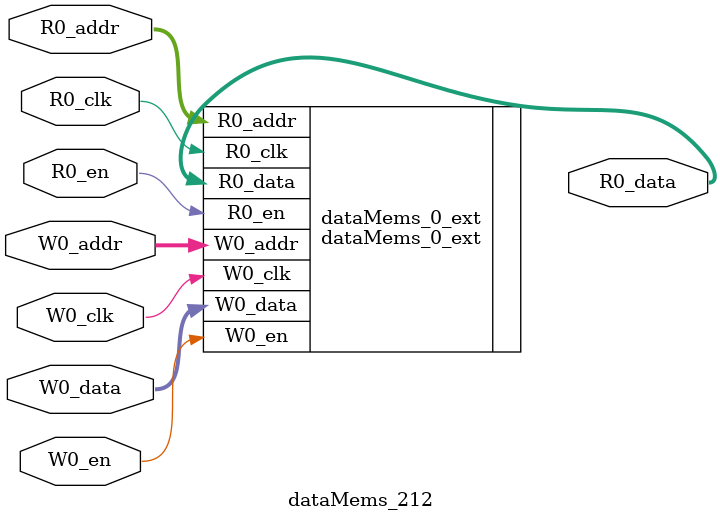
<source format=sv>
`ifndef RANDOMIZE
  `ifdef RANDOMIZE_REG_INIT
    `define RANDOMIZE
  `endif // RANDOMIZE_REG_INIT
`endif // not def RANDOMIZE
`ifndef RANDOMIZE
  `ifdef RANDOMIZE_MEM_INIT
    `define RANDOMIZE
  `endif // RANDOMIZE_MEM_INIT
`endif // not def RANDOMIZE

`ifndef RANDOM
  `define RANDOM $random
`endif // not def RANDOM

// Users can define 'PRINTF_COND' to add an extra gate to prints.
`ifndef PRINTF_COND_
  `ifdef PRINTF_COND
    `define PRINTF_COND_ (`PRINTF_COND)
  `else  // PRINTF_COND
    `define PRINTF_COND_ 1
  `endif // PRINTF_COND
`endif // not def PRINTF_COND_

// Users can define 'ASSERT_VERBOSE_COND' to add an extra gate to assert error printing.
`ifndef ASSERT_VERBOSE_COND_
  `ifdef ASSERT_VERBOSE_COND
    `define ASSERT_VERBOSE_COND_ (`ASSERT_VERBOSE_COND)
  `else  // ASSERT_VERBOSE_COND
    `define ASSERT_VERBOSE_COND_ 1
  `endif // ASSERT_VERBOSE_COND
`endif // not def ASSERT_VERBOSE_COND_

// Users can define 'STOP_COND' to add an extra gate to stop conditions.
`ifndef STOP_COND_
  `ifdef STOP_COND
    `define STOP_COND_ (`STOP_COND)
  `else  // STOP_COND
    `define STOP_COND_ 1
  `endif // STOP_COND
`endif // not def STOP_COND_

// Users can define INIT_RANDOM as general code that gets injected into the
// initializer block for modules with registers.
`ifndef INIT_RANDOM
  `define INIT_RANDOM
`endif // not def INIT_RANDOM

// If using random initialization, you can also define RANDOMIZE_DELAY to
// customize the delay used, otherwise 0.002 is used.
`ifndef RANDOMIZE_DELAY
  `define RANDOMIZE_DELAY 0.002
`endif // not def RANDOMIZE_DELAY

// Define INIT_RANDOM_PROLOG_ for use in our modules below.
`ifndef INIT_RANDOM_PROLOG_
  `ifdef RANDOMIZE
    `ifdef VERILATOR
      `define INIT_RANDOM_PROLOG_ `INIT_RANDOM
    `else  // VERILATOR
      `define INIT_RANDOM_PROLOG_ `INIT_RANDOM #`RANDOMIZE_DELAY begin end
    `endif // VERILATOR
  `else  // RANDOMIZE
    `define INIT_RANDOM_PROLOG_
  `endif // RANDOMIZE
`endif // not def INIT_RANDOM_PROLOG_

// Include register initializers in init blocks unless synthesis is set
`ifndef SYNTHESIS
  `ifndef ENABLE_INITIAL_REG_
    `define ENABLE_INITIAL_REG_
  `endif // not def ENABLE_INITIAL_REG_
`endif // not def SYNTHESIS

// Include rmemory initializers in init blocks unless synthesis is set
`ifndef SYNTHESIS
  `ifndef ENABLE_INITIAL_MEM_
    `define ENABLE_INITIAL_MEM_
  `endif // not def ENABLE_INITIAL_MEM_
`endif // not def SYNTHESIS

module dataMems_212(	// @[generators/ara/src/main/scala/UnsafeAXI4ToTL.scala:365:62]
  input  [4:0]   R0_addr,
  input          R0_en,
  input          R0_clk,
  output [130:0] R0_data,
  input  [4:0]   W0_addr,
  input          W0_en,
  input          W0_clk,
  input  [130:0] W0_data
);

  dataMems_0_ext dataMems_0_ext (	// @[generators/ara/src/main/scala/UnsafeAXI4ToTL.scala:365:62]
    .R0_addr (R0_addr),
    .R0_en   (R0_en),
    .R0_clk  (R0_clk),
    .R0_data (R0_data),
    .W0_addr (W0_addr),
    .W0_en   (W0_en),
    .W0_clk  (W0_clk),
    .W0_data (W0_data)
  );
endmodule


</source>
